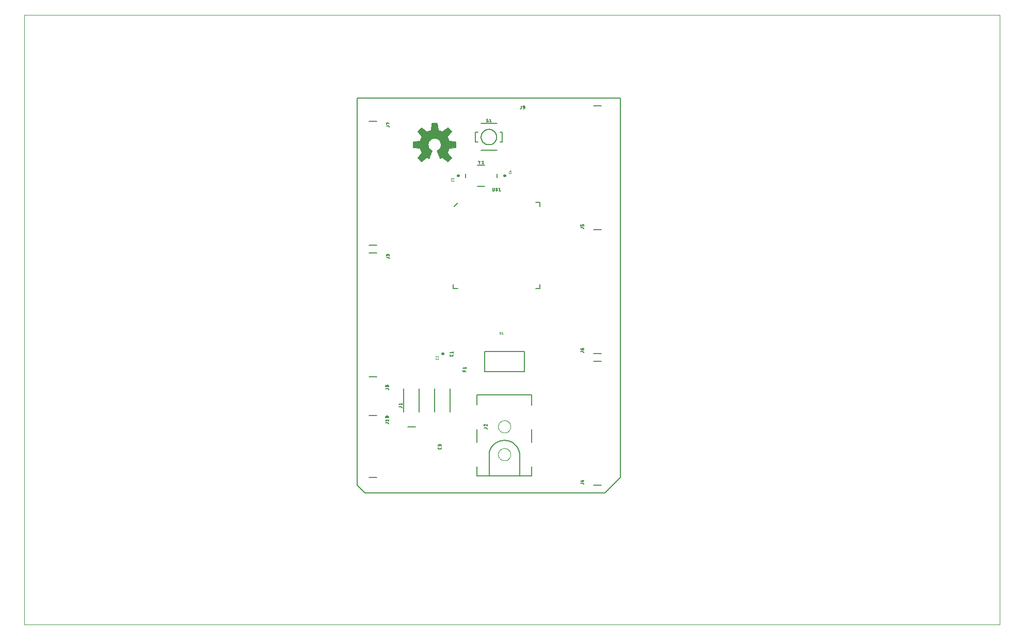
<source format=gto>
G75*
%MOIN*%
%OFA0B0*%
%FSLAX25Y25*%
%IPPOS*%
%LPD*%
%AMOC8*
5,1,8,0,0,1.08239X$1,22.5*
%
%ADD10C,0.00000*%
%ADD11C,0.00600*%
%ADD12C,0.00500*%
%ADD13C,0.01600*%
%ADD14C,0.00100*%
%ADD15C,0.00800*%
%ADD16C,0.00591*%
D10*
X0001000Y0001000D02*
X0001000Y0394701D01*
X0630921Y0394701D01*
X0630921Y0001000D01*
X0001000Y0001000D01*
X0307000Y0111000D02*
X0307002Y0111126D01*
X0307008Y0111252D01*
X0307018Y0111378D01*
X0307032Y0111504D01*
X0307050Y0111629D01*
X0307072Y0111753D01*
X0307097Y0111877D01*
X0307127Y0112000D01*
X0307160Y0112121D01*
X0307198Y0112242D01*
X0307239Y0112361D01*
X0307284Y0112480D01*
X0307332Y0112596D01*
X0307384Y0112711D01*
X0307440Y0112824D01*
X0307500Y0112936D01*
X0307563Y0113045D01*
X0307629Y0113153D01*
X0307698Y0113258D01*
X0307771Y0113361D01*
X0307848Y0113462D01*
X0307927Y0113560D01*
X0308009Y0113656D01*
X0308095Y0113749D01*
X0308183Y0113840D01*
X0308274Y0113927D01*
X0308368Y0114012D01*
X0308464Y0114093D01*
X0308563Y0114172D01*
X0308664Y0114247D01*
X0308768Y0114319D01*
X0308874Y0114388D01*
X0308982Y0114454D01*
X0309092Y0114516D01*
X0309204Y0114574D01*
X0309317Y0114629D01*
X0309433Y0114680D01*
X0309550Y0114728D01*
X0309668Y0114772D01*
X0309788Y0114812D01*
X0309909Y0114848D01*
X0310031Y0114881D01*
X0310154Y0114910D01*
X0310278Y0114934D01*
X0310402Y0114955D01*
X0310527Y0114972D01*
X0310653Y0114985D01*
X0310779Y0114994D01*
X0310905Y0114999D01*
X0311032Y0115000D01*
X0311158Y0114997D01*
X0311284Y0114990D01*
X0311410Y0114979D01*
X0311535Y0114964D01*
X0311660Y0114945D01*
X0311784Y0114922D01*
X0311908Y0114896D01*
X0312030Y0114865D01*
X0312152Y0114831D01*
X0312272Y0114792D01*
X0312391Y0114750D01*
X0312509Y0114705D01*
X0312625Y0114655D01*
X0312740Y0114602D01*
X0312852Y0114545D01*
X0312963Y0114485D01*
X0313072Y0114421D01*
X0313179Y0114354D01*
X0313284Y0114284D01*
X0313387Y0114210D01*
X0313487Y0114133D01*
X0313585Y0114053D01*
X0313680Y0113970D01*
X0313772Y0113884D01*
X0313862Y0113795D01*
X0313949Y0113703D01*
X0314032Y0113609D01*
X0314113Y0113512D01*
X0314191Y0113412D01*
X0314266Y0113310D01*
X0314337Y0113206D01*
X0314405Y0113099D01*
X0314469Y0112991D01*
X0314530Y0112880D01*
X0314588Y0112768D01*
X0314642Y0112654D01*
X0314692Y0112538D01*
X0314739Y0112421D01*
X0314782Y0112302D01*
X0314821Y0112182D01*
X0314857Y0112061D01*
X0314888Y0111938D01*
X0314916Y0111815D01*
X0314940Y0111691D01*
X0314960Y0111566D01*
X0314976Y0111441D01*
X0314988Y0111315D01*
X0314996Y0111189D01*
X0315000Y0111063D01*
X0315000Y0110937D01*
X0314996Y0110811D01*
X0314988Y0110685D01*
X0314976Y0110559D01*
X0314960Y0110434D01*
X0314940Y0110309D01*
X0314916Y0110185D01*
X0314888Y0110062D01*
X0314857Y0109939D01*
X0314821Y0109818D01*
X0314782Y0109698D01*
X0314739Y0109579D01*
X0314692Y0109462D01*
X0314642Y0109346D01*
X0314588Y0109232D01*
X0314530Y0109120D01*
X0314469Y0109009D01*
X0314405Y0108901D01*
X0314337Y0108794D01*
X0314266Y0108690D01*
X0314191Y0108588D01*
X0314113Y0108488D01*
X0314032Y0108391D01*
X0313949Y0108297D01*
X0313862Y0108205D01*
X0313772Y0108116D01*
X0313680Y0108030D01*
X0313585Y0107947D01*
X0313487Y0107867D01*
X0313387Y0107790D01*
X0313284Y0107716D01*
X0313179Y0107646D01*
X0313072Y0107579D01*
X0312963Y0107515D01*
X0312852Y0107455D01*
X0312740Y0107398D01*
X0312625Y0107345D01*
X0312509Y0107295D01*
X0312391Y0107250D01*
X0312272Y0107208D01*
X0312152Y0107169D01*
X0312030Y0107135D01*
X0311908Y0107104D01*
X0311784Y0107078D01*
X0311660Y0107055D01*
X0311535Y0107036D01*
X0311410Y0107021D01*
X0311284Y0107010D01*
X0311158Y0107003D01*
X0311032Y0107000D01*
X0310905Y0107001D01*
X0310779Y0107006D01*
X0310653Y0107015D01*
X0310527Y0107028D01*
X0310402Y0107045D01*
X0310278Y0107066D01*
X0310154Y0107090D01*
X0310031Y0107119D01*
X0309909Y0107152D01*
X0309788Y0107188D01*
X0309668Y0107228D01*
X0309550Y0107272D01*
X0309433Y0107320D01*
X0309317Y0107371D01*
X0309204Y0107426D01*
X0309092Y0107484D01*
X0308982Y0107546D01*
X0308874Y0107612D01*
X0308768Y0107681D01*
X0308664Y0107753D01*
X0308563Y0107828D01*
X0308464Y0107907D01*
X0308368Y0107988D01*
X0308274Y0108073D01*
X0308183Y0108160D01*
X0308095Y0108251D01*
X0308009Y0108344D01*
X0307927Y0108440D01*
X0307848Y0108538D01*
X0307771Y0108639D01*
X0307698Y0108742D01*
X0307629Y0108847D01*
X0307563Y0108955D01*
X0307500Y0109064D01*
X0307440Y0109176D01*
X0307384Y0109289D01*
X0307332Y0109404D01*
X0307284Y0109520D01*
X0307239Y0109639D01*
X0307198Y0109758D01*
X0307160Y0109879D01*
X0307127Y0110000D01*
X0307097Y0110123D01*
X0307072Y0110247D01*
X0307050Y0110371D01*
X0307032Y0110496D01*
X0307018Y0110622D01*
X0307008Y0110748D01*
X0307002Y0110874D01*
X0307000Y0111000D01*
X0307000Y0129000D02*
X0307002Y0129126D01*
X0307008Y0129252D01*
X0307018Y0129378D01*
X0307032Y0129504D01*
X0307050Y0129629D01*
X0307072Y0129753D01*
X0307097Y0129877D01*
X0307127Y0130000D01*
X0307160Y0130121D01*
X0307198Y0130242D01*
X0307239Y0130361D01*
X0307284Y0130480D01*
X0307332Y0130596D01*
X0307384Y0130711D01*
X0307440Y0130824D01*
X0307500Y0130936D01*
X0307563Y0131045D01*
X0307629Y0131153D01*
X0307698Y0131258D01*
X0307771Y0131361D01*
X0307848Y0131462D01*
X0307927Y0131560D01*
X0308009Y0131656D01*
X0308095Y0131749D01*
X0308183Y0131840D01*
X0308274Y0131927D01*
X0308368Y0132012D01*
X0308464Y0132093D01*
X0308563Y0132172D01*
X0308664Y0132247D01*
X0308768Y0132319D01*
X0308874Y0132388D01*
X0308982Y0132454D01*
X0309092Y0132516D01*
X0309204Y0132574D01*
X0309317Y0132629D01*
X0309433Y0132680D01*
X0309550Y0132728D01*
X0309668Y0132772D01*
X0309788Y0132812D01*
X0309909Y0132848D01*
X0310031Y0132881D01*
X0310154Y0132910D01*
X0310278Y0132934D01*
X0310402Y0132955D01*
X0310527Y0132972D01*
X0310653Y0132985D01*
X0310779Y0132994D01*
X0310905Y0132999D01*
X0311032Y0133000D01*
X0311158Y0132997D01*
X0311284Y0132990D01*
X0311410Y0132979D01*
X0311535Y0132964D01*
X0311660Y0132945D01*
X0311784Y0132922D01*
X0311908Y0132896D01*
X0312030Y0132865D01*
X0312152Y0132831D01*
X0312272Y0132792D01*
X0312391Y0132750D01*
X0312509Y0132705D01*
X0312625Y0132655D01*
X0312740Y0132602D01*
X0312852Y0132545D01*
X0312963Y0132485D01*
X0313072Y0132421D01*
X0313179Y0132354D01*
X0313284Y0132284D01*
X0313387Y0132210D01*
X0313487Y0132133D01*
X0313585Y0132053D01*
X0313680Y0131970D01*
X0313772Y0131884D01*
X0313862Y0131795D01*
X0313949Y0131703D01*
X0314032Y0131609D01*
X0314113Y0131512D01*
X0314191Y0131412D01*
X0314266Y0131310D01*
X0314337Y0131206D01*
X0314405Y0131099D01*
X0314469Y0130991D01*
X0314530Y0130880D01*
X0314588Y0130768D01*
X0314642Y0130654D01*
X0314692Y0130538D01*
X0314739Y0130421D01*
X0314782Y0130302D01*
X0314821Y0130182D01*
X0314857Y0130061D01*
X0314888Y0129938D01*
X0314916Y0129815D01*
X0314940Y0129691D01*
X0314960Y0129566D01*
X0314976Y0129441D01*
X0314988Y0129315D01*
X0314996Y0129189D01*
X0315000Y0129063D01*
X0315000Y0128937D01*
X0314996Y0128811D01*
X0314988Y0128685D01*
X0314976Y0128559D01*
X0314960Y0128434D01*
X0314940Y0128309D01*
X0314916Y0128185D01*
X0314888Y0128062D01*
X0314857Y0127939D01*
X0314821Y0127818D01*
X0314782Y0127698D01*
X0314739Y0127579D01*
X0314692Y0127462D01*
X0314642Y0127346D01*
X0314588Y0127232D01*
X0314530Y0127120D01*
X0314469Y0127009D01*
X0314405Y0126901D01*
X0314337Y0126794D01*
X0314266Y0126690D01*
X0314191Y0126588D01*
X0314113Y0126488D01*
X0314032Y0126391D01*
X0313949Y0126297D01*
X0313862Y0126205D01*
X0313772Y0126116D01*
X0313680Y0126030D01*
X0313585Y0125947D01*
X0313487Y0125867D01*
X0313387Y0125790D01*
X0313284Y0125716D01*
X0313179Y0125646D01*
X0313072Y0125579D01*
X0312963Y0125515D01*
X0312852Y0125455D01*
X0312740Y0125398D01*
X0312625Y0125345D01*
X0312509Y0125295D01*
X0312391Y0125250D01*
X0312272Y0125208D01*
X0312152Y0125169D01*
X0312030Y0125135D01*
X0311908Y0125104D01*
X0311784Y0125078D01*
X0311660Y0125055D01*
X0311535Y0125036D01*
X0311410Y0125021D01*
X0311284Y0125010D01*
X0311158Y0125003D01*
X0311032Y0125000D01*
X0310905Y0125001D01*
X0310779Y0125006D01*
X0310653Y0125015D01*
X0310527Y0125028D01*
X0310402Y0125045D01*
X0310278Y0125066D01*
X0310154Y0125090D01*
X0310031Y0125119D01*
X0309909Y0125152D01*
X0309788Y0125188D01*
X0309668Y0125228D01*
X0309550Y0125272D01*
X0309433Y0125320D01*
X0309317Y0125371D01*
X0309204Y0125426D01*
X0309092Y0125484D01*
X0308982Y0125546D01*
X0308874Y0125612D01*
X0308768Y0125681D01*
X0308664Y0125753D01*
X0308563Y0125828D01*
X0308464Y0125907D01*
X0308368Y0125988D01*
X0308274Y0126073D01*
X0308183Y0126160D01*
X0308095Y0126251D01*
X0308009Y0126344D01*
X0307927Y0126440D01*
X0307848Y0126538D01*
X0307771Y0126639D01*
X0307698Y0126742D01*
X0307629Y0126847D01*
X0307563Y0126955D01*
X0307500Y0127064D01*
X0307440Y0127176D01*
X0307384Y0127289D01*
X0307332Y0127404D01*
X0307284Y0127520D01*
X0307239Y0127639D01*
X0307198Y0127758D01*
X0307160Y0127879D01*
X0307127Y0128000D01*
X0307097Y0128123D01*
X0307072Y0128247D01*
X0307050Y0128371D01*
X0307032Y0128496D01*
X0307018Y0128622D01*
X0307008Y0128748D01*
X0307002Y0128874D01*
X0307000Y0129000D01*
D11*
X0376000Y0086000D02*
X0386000Y0096000D01*
X0386000Y0341000D01*
X0216000Y0341000D01*
X0216000Y0091000D01*
X0221000Y0086000D01*
X0376000Y0086000D01*
D12*
X0362250Y0091750D02*
X0362250Y0091961D01*
X0362248Y0092000D01*
X0362243Y0092039D01*
X0362234Y0092076D01*
X0362222Y0092113D01*
X0362206Y0092149D01*
X0362187Y0092183D01*
X0362165Y0092215D01*
X0362140Y0092245D01*
X0362112Y0092273D01*
X0362082Y0092298D01*
X0362050Y0092320D01*
X0362016Y0092339D01*
X0361980Y0092355D01*
X0361943Y0092367D01*
X0361906Y0092376D01*
X0361867Y0092381D01*
X0361828Y0092383D01*
X0360350Y0092383D01*
X0360350Y0093966D02*
X0361828Y0093544D01*
X0361828Y0094599D01*
X0361406Y0094283D02*
X0362250Y0094283D01*
X0299750Y0127550D02*
X0299750Y0127761D01*
X0299748Y0127800D01*
X0299743Y0127839D01*
X0299734Y0127876D01*
X0299722Y0127913D01*
X0299706Y0127949D01*
X0299687Y0127983D01*
X0299665Y0128015D01*
X0299640Y0128045D01*
X0299612Y0128073D01*
X0299582Y0128098D01*
X0299550Y0128120D01*
X0299516Y0128139D01*
X0299480Y0128155D01*
X0299443Y0128167D01*
X0299406Y0128176D01*
X0299367Y0128181D01*
X0299328Y0128183D01*
X0297850Y0128183D01*
X0298694Y0130241D02*
X0298665Y0130269D01*
X0298633Y0130296D01*
X0298599Y0130319D01*
X0298563Y0130340D01*
X0298526Y0130358D01*
X0298487Y0130372D01*
X0298448Y0130384D01*
X0298407Y0130392D01*
X0298366Y0130397D01*
X0298325Y0130399D01*
X0298694Y0130241D02*
X0299750Y0129344D01*
X0299750Y0130399D01*
X0298272Y0129344D02*
X0298227Y0129360D01*
X0298184Y0129380D01*
X0298142Y0129404D01*
X0298102Y0129430D01*
X0298064Y0129460D01*
X0298029Y0129492D01*
X0297996Y0129528D01*
X0297967Y0129565D01*
X0297940Y0129605D01*
X0297917Y0129647D01*
X0297896Y0129690D01*
X0297880Y0129735D01*
X0297867Y0129782D01*
X0297858Y0129829D01*
X0297852Y0129876D01*
X0297850Y0129924D01*
X0297852Y0129965D01*
X0297857Y0130007D01*
X0297866Y0130047D01*
X0297879Y0130086D01*
X0297895Y0130125D01*
X0297914Y0130162D01*
X0297936Y0130196D01*
X0297961Y0130229D01*
X0297989Y0130260D01*
X0298020Y0130288D01*
X0298053Y0130313D01*
X0298088Y0130335D01*
X0298124Y0130354D01*
X0298163Y0130370D01*
X0298202Y0130383D01*
X0298243Y0130392D01*
X0298284Y0130397D01*
X0298325Y0130399D01*
X0270250Y0116906D02*
X0270250Y0116378D01*
X0270250Y0116906D02*
X0270248Y0116951D01*
X0270242Y0116995D01*
X0270233Y0117039D01*
X0270220Y0117082D01*
X0270203Y0117123D01*
X0270183Y0117164D01*
X0270159Y0117202D01*
X0270133Y0117238D01*
X0270103Y0117271D01*
X0270071Y0117302D01*
X0270036Y0117331D01*
X0269999Y0117356D01*
X0269960Y0117377D01*
X0269919Y0117396D01*
X0269877Y0117411D01*
X0269833Y0117422D01*
X0269789Y0117430D01*
X0269744Y0117434D01*
X0269700Y0117434D01*
X0269655Y0117430D01*
X0269611Y0117422D01*
X0269567Y0117411D01*
X0269525Y0117396D01*
X0269484Y0117377D01*
X0269445Y0117356D01*
X0269408Y0117331D01*
X0269373Y0117302D01*
X0269341Y0117271D01*
X0269311Y0117238D01*
X0269285Y0117202D01*
X0269261Y0117164D01*
X0269241Y0117123D01*
X0269224Y0117082D01*
X0269211Y0117039D01*
X0269202Y0116995D01*
X0269196Y0116951D01*
X0269194Y0116906D01*
X0269194Y0117011D02*
X0269194Y0116589D01*
X0269194Y0117011D02*
X0269192Y0117051D01*
X0269186Y0117091D01*
X0269177Y0117130D01*
X0269164Y0117168D01*
X0269147Y0117204D01*
X0269127Y0117239D01*
X0269104Y0117272D01*
X0269077Y0117302D01*
X0269048Y0117330D01*
X0269017Y0117355D01*
X0268983Y0117376D01*
X0268947Y0117395D01*
X0268910Y0117410D01*
X0268871Y0117421D01*
X0268832Y0117429D01*
X0268792Y0117433D01*
X0268752Y0117433D01*
X0268712Y0117429D01*
X0268673Y0117421D01*
X0268634Y0117410D01*
X0268597Y0117395D01*
X0268561Y0117376D01*
X0268527Y0117355D01*
X0268496Y0117330D01*
X0268467Y0117302D01*
X0268440Y0117272D01*
X0268417Y0117239D01*
X0268397Y0117204D01*
X0268380Y0117168D01*
X0268367Y0117130D01*
X0268358Y0117091D01*
X0268352Y0117051D01*
X0268350Y0117011D01*
X0268350Y0116378D01*
X0268350Y0115411D02*
X0268350Y0114989D01*
X0268352Y0114950D01*
X0268357Y0114911D01*
X0268366Y0114873D01*
X0268379Y0114837D01*
X0268394Y0114801D01*
X0268413Y0114767D01*
X0268435Y0114735D01*
X0268460Y0114705D01*
X0268488Y0114677D01*
X0268518Y0114652D01*
X0268550Y0114630D01*
X0268584Y0114611D01*
X0268620Y0114595D01*
X0268657Y0114583D01*
X0268694Y0114574D01*
X0268733Y0114569D01*
X0268772Y0114567D01*
X0269828Y0114567D01*
X0269867Y0114569D01*
X0269906Y0114574D01*
X0269943Y0114583D01*
X0269980Y0114595D01*
X0270016Y0114611D01*
X0270050Y0114630D01*
X0270082Y0114652D01*
X0270112Y0114677D01*
X0270140Y0114705D01*
X0270165Y0114735D01*
X0270187Y0114767D01*
X0270206Y0114801D01*
X0270222Y0114837D01*
X0270234Y0114874D01*
X0270243Y0114911D01*
X0270248Y0114950D01*
X0270250Y0114989D01*
X0270250Y0115411D01*
X0236150Y0130741D02*
X0236150Y0130952D01*
X0236148Y0130991D01*
X0236143Y0131030D01*
X0236134Y0131067D01*
X0236122Y0131104D01*
X0236106Y0131140D01*
X0236087Y0131174D01*
X0236065Y0131206D01*
X0236040Y0131236D01*
X0236012Y0131264D01*
X0235982Y0131289D01*
X0235950Y0131311D01*
X0235916Y0131330D01*
X0235880Y0131346D01*
X0235843Y0131358D01*
X0235806Y0131367D01*
X0235767Y0131372D01*
X0235728Y0131374D01*
X0234250Y0131374D01*
X0234672Y0132534D02*
X0234250Y0133062D01*
X0236150Y0133062D01*
X0236150Y0132534D02*
X0236150Y0133590D01*
X0235886Y0135592D02*
X0235822Y0135621D01*
X0235756Y0135648D01*
X0235689Y0135672D01*
X0235621Y0135692D01*
X0235552Y0135710D01*
X0235483Y0135724D01*
X0235412Y0135736D01*
X0235342Y0135744D01*
X0235271Y0135748D01*
X0235200Y0135750D01*
X0235200Y0134694D02*
X0235129Y0134696D01*
X0235058Y0134700D01*
X0234988Y0134708D01*
X0234917Y0134720D01*
X0234848Y0134734D01*
X0234779Y0134752D01*
X0234711Y0134772D01*
X0234644Y0134796D01*
X0234578Y0134823D01*
X0234514Y0134852D01*
X0234250Y0135222D02*
X0234252Y0135259D01*
X0234257Y0135296D01*
X0234266Y0135332D01*
X0234278Y0135368D01*
X0234294Y0135402D01*
X0234312Y0135434D01*
X0234334Y0135464D01*
X0234359Y0135492D01*
X0234386Y0135518D01*
X0234415Y0135541D01*
X0234446Y0135561D01*
X0234480Y0135578D01*
X0234514Y0135592D01*
X0234672Y0135644D02*
X0235728Y0134800D01*
X0236150Y0135222D02*
X0236148Y0135259D01*
X0236143Y0135296D01*
X0236134Y0135332D01*
X0236122Y0135368D01*
X0236106Y0135402D01*
X0236088Y0135434D01*
X0236066Y0135464D01*
X0236042Y0135492D01*
X0236014Y0135518D01*
X0235985Y0135541D01*
X0235954Y0135561D01*
X0235920Y0135578D01*
X0235886Y0135592D01*
X0236150Y0135222D02*
X0236148Y0135185D01*
X0236143Y0135148D01*
X0236134Y0135112D01*
X0236122Y0135076D01*
X0236106Y0135042D01*
X0236088Y0135010D01*
X0236066Y0134980D01*
X0236042Y0134952D01*
X0236014Y0134926D01*
X0235985Y0134903D01*
X0235954Y0134883D01*
X0235920Y0134866D01*
X0235886Y0134852D01*
X0235200Y0135750D02*
X0235129Y0135748D01*
X0235058Y0135744D01*
X0234988Y0135736D01*
X0234917Y0135724D01*
X0234848Y0135710D01*
X0234779Y0135692D01*
X0234711Y0135672D01*
X0234644Y0135648D01*
X0234578Y0135621D01*
X0234514Y0135592D01*
X0234250Y0135222D02*
X0234252Y0135185D01*
X0234257Y0135148D01*
X0234266Y0135112D01*
X0234278Y0135076D01*
X0234294Y0135042D01*
X0234312Y0135010D01*
X0234334Y0134980D01*
X0234359Y0134952D01*
X0234386Y0134926D01*
X0234415Y0134903D01*
X0234446Y0134883D01*
X0234480Y0134866D01*
X0234514Y0134852D01*
X0235200Y0134694D02*
X0235271Y0134696D01*
X0235342Y0134700D01*
X0235412Y0134708D01*
X0235483Y0134720D01*
X0235552Y0134734D01*
X0235621Y0134752D01*
X0235689Y0134772D01*
X0235756Y0134796D01*
X0235822Y0134823D01*
X0235886Y0134852D01*
X0242850Y0141883D02*
X0244328Y0141883D01*
X0244367Y0141881D01*
X0244406Y0141876D01*
X0244443Y0141867D01*
X0244480Y0141855D01*
X0244516Y0141839D01*
X0244550Y0141820D01*
X0244582Y0141798D01*
X0244612Y0141773D01*
X0244640Y0141745D01*
X0244665Y0141715D01*
X0244687Y0141683D01*
X0244706Y0141649D01*
X0244722Y0141613D01*
X0244734Y0141576D01*
X0244743Y0141539D01*
X0244748Y0141500D01*
X0244750Y0141461D01*
X0244750Y0141250D01*
X0244750Y0143044D02*
X0244750Y0144099D01*
X0244750Y0143572D02*
X0242850Y0143572D01*
X0243272Y0143044D01*
X0236150Y0152901D02*
X0236150Y0153112D01*
X0236148Y0153151D01*
X0236143Y0153190D01*
X0236134Y0153227D01*
X0236122Y0153264D01*
X0236106Y0153300D01*
X0236087Y0153334D01*
X0236065Y0153366D01*
X0236040Y0153396D01*
X0236012Y0153424D01*
X0235982Y0153449D01*
X0235950Y0153471D01*
X0235916Y0153490D01*
X0235880Y0153506D01*
X0235843Y0153518D01*
X0235806Y0153527D01*
X0235767Y0153532D01*
X0235728Y0153534D01*
X0234250Y0153534D01*
X0234672Y0154800D02*
X0234712Y0154802D01*
X0234752Y0154808D01*
X0234791Y0154817D01*
X0234829Y0154830D01*
X0234865Y0154847D01*
X0234900Y0154867D01*
X0234933Y0154890D01*
X0234963Y0154917D01*
X0234991Y0154946D01*
X0235016Y0154977D01*
X0235037Y0155011D01*
X0235056Y0155047D01*
X0235071Y0155084D01*
X0235082Y0155123D01*
X0235090Y0155162D01*
X0235094Y0155202D01*
X0235094Y0155242D01*
X0235090Y0155282D01*
X0235082Y0155321D01*
X0235071Y0155360D01*
X0235056Y0155397D01*
X0235037Y0155433D01*
X0235016Y0155467D01*
X0234991Y0155498D01*
X0234963Y0155527D01*
X0234933Y0155554D01*
X0234900Y0155577D01*
X0234865Y0155597D01*
X0234829Y0155614D01*
X0234791Y0155627D01*
X0234752Y0155636D01*
X0234712Y0155642D01*
X0234672Y0155644D01*
X0234632Y0155642D01*
X0234592Y0155636D01*
X0234553Y0155627D01*
X0234515Y0155614D01*
X0234479Y0155597D01*
X0234444Y0155577D01*
X0234411Y0155554D01*
X0234381Y0155527D01*
X0234353Y0155498D01*
X0234328Y0155467D01*
X0234307Y0155433D01*
X0234288Y0155397D01*
X0234273Y0155360D01*
X0234262Y0155321D01*
X0234254Y0155282D01*
X0234250Y0155242D01*
X0234250Y0155202D01*
X0234254Y0155162D01*
X0234262Y0155123D01*
X0234273Y0155084D01*
X0234288Y0155047D01*
X0234307Y0155011D01*
X0234328Y0154977D01*
X0234353Y0154946D01*
X0234381Y0154917D01*
X0234411Y0154890D01*
X0234444Y0154867D01*
X0234479Y0154847D01*
X0234515Y0154830D01*
X0234553Y0154817D01*
X0234592Y0154808D01*
X0234632Y0154802D01*
X0234672Y0154800D01*
X0235622Y0154694D02*
X0235667Y0154696D01*
X0235711Y0154702D01*
X0235755Y0154711D01*
X0235798Y0154724D01*
X0235839Y0154741D01*
X0235880Y0154761D01*
X0235918Y0154785D01*
X0235954Y0154811D01*
X0235987Y0154841D01*
X0236018Y0154873D01*
X0236047Y0154908D01*
X0236072Y0154945D01*
X0236093Y0154984D01*
X0236112Y0155025D01*
X0236127Y0155067D01*
X0236138Y0155111D01*
X0236146Y0155155D01*
X0236150Y0155200D01*
X0236150Y0155244D01*
X0236146Y0155289D01*
X0236138Y0155333D01*
X0236127Y0155377D01*
X0236112Y0155419D01*
X0236093Y0155460D01*
X0236072Y0155499D01*
X0236047Y0155536D01*
X0236018Y0155571D01*
X0235987Y0155603D01*
X0235954Y0155633D01*
X0235918Y0155659D01*
X0235880Y0155683D01*
X0235839Y0155703D01*
X0235798Y0155720D01*
X0235755Y0155733D01*
X0235711Y0155742D01*
X0235667Y0155748D01*
X0235622Y0155750D01*
X0235577Y0155748D01*
X0235533Y0155742D01*
X0235489Y0155733D01*
X0235446Y0155720D01*
X0235405Y0155703D01*
X0235364Y0155683D01*
X0235326Y0155659D01*
X0235290Y0155633D01*
X0235257Y0155603D01*
X0235226Y0155571D01*
X0235197Y0155536D01*
X0235172Y0155499D01*
X0235151Y0155460D01*
X0235132Y0155419D01*
X0235117Y0155377D01*
X0235106Y0155333D01*
X0235098Y0155289D01*
X0235094Y0155244D01*
X0235094Y0155200D01*
X0235098Y0155155D01*
X0235106Y0155111D01*
X0235117Y0155067D01*
X0235132Y0155025D01*
X0235151Y0154984D01*
X0235172Y0154945D01*
X0235197Y0154908D01*
X0235226Y0154873D01*
X0235257Y0154841D01*
X0235290Y0154811D01*
X0235326Y0154785D01*
X0235364Y0154761D01*
X0235405Y0154741D01*
X0235446Y0154724D01*
X0235489Y0154711D01*
X0235533Y0154702D01*
X0235577Y0154696D01*
X0235622Y0154694D01*
X0275850Y0174989D02*
X0275850Y0175411D01*
X0275850Y0174989D02*
X0275852Y0174950D01*
X0275857Y0174911D01*
X0275866Y0174873D01*
X0275879Y0174837D01*
X0275894Y0174801D01*
X0275913Y0174767D01*
X0275935Y0174735D01*
X0275960Y0174705D01*
X0275988Y0174677D01*
X0276018Y0174652D01*
X0276050Y0174630D01*
X0276084Y0174611D01*
X0276120Y0174595D01*
X0276157Y0174583D01*
X0276194Y0174574D01*
X0276233Y0174569D01*
X0276272Y0174567D01*
X0277328Y0174567D01*
X0277367Y0174569D01*
X0277406Y0174574D01*
X0277443Y0174583D01*
X0277480Y0174595D01*
X0277516Y0174611D01*
X0277550Y0174630D01*
X0277582Y0174652D01*
X0277612Y0174677D01*
X0277640Y0174705D01*
X0277665Y0174735D01*
X0277687Y0174767D01*
X0277706Y0174801D01*
X0277722Y0174837D01*
X0277734Y0174874D01*
X0277743Y0174911D01*
X0277748Y0174950D01*
X0277750Y0174989D01*
X0277750Y0175411D01*
X0277750Y0176378D02*
X0277750Y0177433D01*
X0277750Y0176906D02*
X0275850Y0176906D01*
X0276272Y0176378D01*
X0284350Y0166896D02*
X0286250Y0166896D01*
X0286250Y0166368D02*
X0286250Y0167424D01*
X0284772Y0166368D02*
X0284350Y0166896D01*
X0284350Y0165421D02*
X0284350Y0164576D01*
X0286250Y0164576D01*
X0285194Y0164576D02*
X0285194Y0165421D01*
X0360350Y0177383D02*
X0361828Y0177383D01*
X0361867Y0177381D01*
X0361906Y0177376D01*
X0361943Y0177367D01*
X0361980Y0177355D01*
X0362016Y0177339D01*
X0362050Y0177320D01*
X0362082Y0177298D01*
X0362112Y0177273D01*
X0362140Y0177245D01*
X0362165Y0177215D01*
X0362187Y0177183D01*
X0362206Y0177149D01*
X0362222Y0177113D01*
X0362234Y0177076D01*
X0362243Y0177039D01*
X0362248Y0177000D01*
X0362250Y0176961D01*
X0362250Y0176750D01*
X0361722Y0178544D02*
X0361194Y0178544D01*
X0361194Y0179177D01*
X0361194Y0178544D02*
X0361136Y0178546D01*
X0361079Y0178552D01*
X0361022Y0178562D01*
X0360966Y0178575D01*
X0360911Y0178593D01*
X0360858Y0178614D01*
X0360806Y0178639D01*
X0360755Y0178667D01*
X0360707Y0178698D01*
X0360661Y0178733D01*
X0360618Y0178771D01*
X0360577Y0178812D01*
X0360539Y0178855D01*
X0360504Y0178901D01*
X0360473Y0178949D01*
X0360445Y0179000D01*
X0360420Y0179052D01*
X0360399Y0179105D01*
X0360381Y0179160D01*
X0360368Y0179216D01*
X0360358Y0179273D01*
X0360352Y0179330D01*
X0360350Y0179388D01*
X0361195Y0179177D02*
X0361197Y0179216D01*
X0361202Y0179255D01*
X0361211Y0179292D01*
X0361223Y0179329D01*
X0361239Y0179365D01*
X0361258Y0179399D01*
X0361280Y0179431D01*
X0361305Y0179461D01*
X0361333Y0179489D01*
X0361363Y0179514D01*
X0361395Y0179536D01*
X0361429Y0179555D01*
X0361465Y0179571D01*
X0361502Y0179583D01*
X0361539Y0179592D01*
X0361578Y0179597D01*
X0361617Y0179599D01*
X0361722Y0179599D01*
X0361722Y0179600D02*
X0361767Y0179598D01*
X0361811Y0179592D01*
X0361855Y0179583D01*
X0361898Y0179570D01*
X0361939Y0179553D01*
X0361980Y0179533D01*
X0362018Y0179509D01*
X0362054Y0179483D01*
X0362087Y0179453D01*
X0362118Y0179421D01*
X0362147Y0179386D01*
X0362172Y0179349D01*
X0362193Y0179310D01*
X0362212Y0179269D01*
X0362227Y0179227D01*
X0362238Y0179183D01*
X0362246Y0179139D01*
X0362250Y0179094D01*
X0362250Y0179050D01*
X0362246Y0179005D01*
X0362238Y0178961D01*
X0362227Y0178917D01*
X0362212Y0178875D01*
X0362193Y0178834D01*
X0362172Y0178795D01*
X0362147Y0178758D01*
X0362118Y0178723D01*
X0362087Y0178691D01*
X0362054Y0178661D01*
X0362018Y0178635D01*
X0361980Y0178611D01*
X0361939Y0178591D01*
X0361898Y0178574D01*
X0361855Y0178561D01*
X0361811Y0178552D01*
X0361767Y0178546D01*
X0361722Y0178544D01*
X0333953Y0218047D02*
X0331197Y0218047D01*
X0333953Y0218047D02*
X0333953Y0220803D01*
X0280803Y0218047D02*
X0278047Y0218047D01*
X0278047Y0220803D01*
X0236650Y0237401D02*
X0236650Y0237612D01*
X0236648Y0237651D01*
X0236643Y0237690D01*
X0236634Y0237727D01*
X0236622Y0237764D01*
X0236606Y0237800D01*
X0236587Y0237834D01*
X0236565Y0237866D01*
X0236540Y0237896D01*
X0236512Y0237924D01*
X0236482Y0237949D01*
X0236450Y0237971D01*
X0236416Y0237990D01*
X0236380Y0238006D01*
X0236343Y0238018D01*
X0236306Y0238027D01*
X0236267Y0238032D01*
X0236228Y0238034D01*
X0234750Y0238034D01*
X0234750Y0239194D02*
X0234750Y0239828D01*
X0234752Y0239868D01*
X0234758Y0239908D01*
X0234767Y0239947D01*
X0234780Y0239985D01*
X0234797Y0240021D01*
X0234817Y0240056D01*
X0234840Y0240089D01*
X0234867Y0240119D01*
X0234896Y0240147D01*
X0234927Y0240172D01*
X0234961Y0240193D01*
X0234997Y0240212D01*
X0235034Y0240227D01*
X0235073Y0240238D01*
X0235112Y0240246D01*
X0235152Y0240250D01*
X0235192Y0240250D01*
X0235232Y0240246D01*
X0235271Y0240238D01*
X0235310Y0240227D01*
X0235347Y0240212D01*
X0235383Y0240193D01*
X0235417Y0240172D01*
X0235448Y0240147D01*
X0235477Y0240119D01*
X0235504Y0240089D01*
X0235527Y0240056D01*
X0235547Y0240021D01*
X0235564Y0239985D01*
X0235577Y0239947D01*
X0235586Y0239908D01*
X0235592Y0239868D01*
X0235594Y0239828D01*
X0235594Y0239406D01*
X0235594Y0239722D02*
X0235596Y0239767D01*
X0235602Y0239811D01*
X0235611Y0239855D01*
X0235624Y0239898D01*
X0235641Y0239939D01*
X0235661Y0239980D01*
X0235685Y0240018D01*
X0235711Y0240054D01*
X0235741Y0240087D01*
X0235773Y0240118D01*
X0235808Y0240147D01*
X0235845Y0240172D01*
X0235884Y0240193D01*
X0235925Y0240212D01*
X0235967Y0240227D01*
X0236011Y0240238D01*
X0236055Y0240246D01*
X0236100Y0240250D01*
X0236144Y0240250D01*
X0236189Y0240246D01*
X0236233Y0240238D01*
X0236277Y0240227D01*
X0236319Y0240212D01*
X0236360Y0240193D01*
X0236399Y0240172D01*
X0236436Y0240147D01*
X0236471Y0240118D01*
X0236503Y0240087D01*
X0236533Y0240054D01*
X0236559Y0240018D01*
X0236583Y0239980D01*
X0236603Y0239939D01*
X0236620Y0239898D01*
X0236633Y0239855D01*
X0236642Y0239811D01*
X0236648Y0239767D01*
X0236650Y0239722D01*
X0236650Y0239194D01*
X0278441Y0271197D02*
X0280803Y0273559D01*
X0303420Y0281778D02*
X0303420Y0283150D01*
X0304476Y0283150D02*
X0304476Y0281778D01*
X0304474Y0281733D01*
X0304468Y0281689D01*
X0304459Y0281645D01*
X0304446Y0281602D01*
X0304429Y0281561D01*
X0304409Y0281520D01*
X0304385Y0281482D01*
X0304359Y0281446D01*
X0304329Y0281413D01*
X0304297Y0281382D01*
X0304262Y0281353D01*
X0304225Y0281328D01*
X0304186Y0281307D01*
X0304145Y0281288D01*
X0304103Y0281273D01*
X0304059Y0281262D01*
X0304015Y0281254D01*
X0303970Y0281250D01*
X0303926Y0281250D01*
X0303881Y0281254D01*
X0303837Y0281262D01*
X0303793Y0281273D01*
X0303751Y0281288D01*
X0303710Y0281307D01*
X0303671Y0281328D01*
X0303634Y0281353D01*
X0303599Y0281382D01*
X0303567Y0281413D01*
X0303537Y0281446D01*
X0303511Y0281482D01*
X0303487Y0281520D01*
X0303467Y0281561D01*
X0303450Y0281602D01*
X0303437Y0281645D01*
X0303428Y0281689D01*
X0303422Y0281733D01*
X0303420Y0281778D01*
X0305772Y0282358D02*
X0306036Y0282200D01*
X0306300Y0282042D01*
X0306458Y0282833D02*
X0306410Y0282860D01*
X0306361Y0282883D01*
X0306310Y0282903D01*
X0306258Y0282920D01*
X0306204Y0282933D01*
X0306150Y0282943D01*
X0306096Y0282949D01*
X0306041Y0282952D01*
X0305987Y0282951D01*
X0305932Y0282946D01*
X0305878Y0282938D01*
X0306036Y0283150D02*
X0306036Y0281250D01*
X0306195Y0281461D02*
X0306228Y0281469D01*
X0306261Y0281481D01*
X0306292Y0281496D01*
X0306321Y0281515D01*
X0306348Y0281536D01*
X0306373Y0281561D01*
X0306394Y0281588D01*
X0306413Y0281617D01*
X0306428Y0281648D01*
X0306440Y0281681D01*
X0306448Y0281715D01*
X0306452Y0281749D01*
X0306453Y0281784D01*
X0306449Y0281818D01*
X0306442Y0281852D01*
X0306432Y0281885D01*
X0306417Y0281917D01*
X0306400Y0281946D01*
X0306379Y0281974D01*
X0306355Y0281999D01*
X0306329Y0282022D01*
X0306300Y0282041D01*
X0306194Y0281462D02*
X0306140Y0281454D01*
X0306085Y0281449D01*
X0306031Y0281448D01*
X0305976Y0281451D01*
X0305922Y0281457D01*
X0305868Y0281467D01*
X0305814Y0281480D01*
X0305762Y0281497D01*
X0305711Y0281517D01*
X0305662Y0281540D01*
X0305614Y0281567D01*
X0305772Y0282359D02*
X0305743Y0282378D01*
X0305717Y0282401D01*
X0305693Y0282426D01*
X0305672Y0282454D01*
X0305655Y0282483D01*
X0305640Y0282515D01*
X0305630Y0282548D01*
X0305623Y0282582D01*
X0305619Y0282616D01*
X0305620Y0282651D01*
X0305624Y0282685D01*
X0305632Y0282719D01*
X0305644Y0282752D01*
X0305659Y0282783D01*
X0305678Y0282812D01*
X0305699Y0282839D01*
X0305724Y0282864D01*
X0305751Y0282885D01*
X0305780Y0282904D01*
X0305811Y0282919D01*
X0305844Y0282931D01*
X0305877Y0282939D01*
X0307524Y0282728D02*
X0308052Y0283150D01*
X0308052Y0281250D01*
X0307524Y0281250D02*
X0308580Y0281250D01*
X0297661Y0298750D02*
X0296605Y0298750D01*
X0297133Y0298750D02*
X0297133Y0300650D01*
X0296605Y0300228D01*
X0295606Y0300650D02*
X0294973Y0299753D01*
X0294973Y0298750D01*
X0294973Y0299753D02*
X0294339Y0300650D01*
X0331197Y0273953D02*
X0333953Y0273953D01*
X0333953Y0271197D01*
X0360350Y0259599D02*
X0360350Y0258544D01*
X0361194Y0258544D01*
X0361194Y0259177D01*
X0361195Y0259177D02*
X0361197Y0259216D01*
X0361202Y0259255D01*
X0361211Y0259292D01*
X0361223Y0259329D01*
X0361239Y0259365D01*
X0361258Y0259399D01*
X0361280Y0259431D01*
X0361305Y0259461D01*
X0361333Y0259489D01*
X0361363Y0259514D01*
X0361395Y0259536D01*
X0361429Y0259555D01*
X0361465Y0259571D01*
X0361502Y0259583D01*
X0361539Y0259592D01*
X0361578Y0259597D01*
X0361617Y0259599D01*
X0361828Y0259599D01*
X0361867Y0259597D01*
X0361906Y0259592D01*
X0361943Y0259583D01*
X0361980Y0259571D01*
X0362016Y0259555D01*
X0362050Y0259536D01*
X0362082Y0259514D01*
X0362112Y0259489D01*
X0362140Y0259461D01*
X0362165Y0259431D01*
X0362187Y0259399D01*
X0362206Y0259365D01*
X0362222Y0259329D01*
X0362234Y0259292D01*
X0362243Y0259255D01*
X0362248Y0259216D01*
X0362250Y0259177D01*
X0362250Y0258544D01*
X0361828Y0257383D02*
X0360350Y0257383D01*
X0361828Y0257383D02*
X0361867Y0257381D01*
X0361906Y0257376D01*
X0361943Y0257367D01*
X0361980Y0257355D01*
X0362016Y0257339D01*
X0362050Y0257320D01*
X0362082Y0257298D01*
X0362112Y0257273D01*
X0362140Y0257245D01*
X0362165Y0257215D01*
X0362187Y0257183D01*
X0362206Y0257149D01*
X0362222Y0257113D01*
X0362234Y0257076D01*
X0362243Y0257039D01*
X0362248Y0257000D01*
X0362250Y0256961D01*
X0362250Y0256750D01*
X0302572Y0325750D02*
X0301516Y0325750D01*
X0302044Y0325750D02*
X0302044Y0327650D01*
X0301516Y0327228D01*
X0300273Y0326542D02*
X0299692Y0326858D01*
X0299903Y0327650D02*
X0299954Y0327648D01*
X0300005Y0327643D01*
X0300055Y0327635D01*
X0300105Y0327624D01*
X0300153Y0327609D01*
X0300201Y0327592D01*
X0300248Y0327571D01*
X0300293Y0327547D01*
X0300336Y0327521D01*
X0300378Y0327492D01*
X0299692Y0326858D02*
X0299658Y0326881D01*
X0299627Y0326906D01*
X0299598Y0326934D01*
X0299571Y0326965D01*
X0299548Y0326998D01*
X0299528Y0327033D01*
X0299511Y0327070D01*
X0299498Y0327108D01*
X0299489Y0327147D01*
X0299483Y0327188D01*
X0299481Y0327228D01*
X0299483Y0327267D01*
X0299488Y0327306D01*
X0299497Y0327343D01*
X0299509Y0327380D01*
X0299525Y0327416D01*
X0299544Y0327450D01*
X0299566Y0327482D01*
X0299591Y0327512D01*
X0299619Y0327540D01*
X0299649Y0327565D01*
X0299681Y0327587D01*
X0299715Y0327606D01*
X0299751Y0327622D01*
X0299788Y0327634D01*
X0299825Y0327643D01*
X0299864Y0327648D01*
X0299903Y0327650D01*
X0299429Y0326014D02*
X0299471Y0325974D01*
X0299517Y0325936D01*
X0299564Y0325902D01*
X0299614Y0325871D01*
X0299666Y0325843D01*
X0299719Y0325819D01*
X0299774Y0325798D01*
X0299830Y0325781D01*
X0299887Y0325767D01*
X0299945Y0325758D01*
X0300003Y0325752D01*
X0300062Y0325750D01*
X0300101Y0325752D01*
X0300140Y0325757D01*
X0300177Y0325766D01*
X0300214Y0325778D01*
X0300250Y0325794D01*
X0300284Y0325813D01*
X0300316Y0325835D01*
X0300346Y0325860D01*
X0300374Y0325888D01*
X0300399Y0325918D01*
X0300421Y0325950D01*
X0300440Y0325984D01*
X0300456Y0326020D01*
X0300468Y0326057D01*
X0300477Y0326094D01*
X0300482Y0326133D01*
X0300484Y0326172D01*
X0300482Y0326212D01*
X0300476Y0326253D01*
X0300467Y0326292D01*
X0300454Y0326330D01*
X0300437Y0326367D01*
X0300417Y0326402D01*
X0300394Y0326435D01*
X0300367Y0326466D01*
X0300338Y0326494D01*
X0300307Y0326519D01*
X0300273Y0326542D01*
X0321250Y0334250D02*
X0321461Y0334250D01*
X0321500Y0334252D01*
X0321539Y0334257D01*
X0321576Y0334266D01*
X0321613Y0334278D01*
X0321649Y0334294D01*
X0321683Y0334313D01*
X0321715Y0334335D01*
X0321745Y0334360D01*
X0321773Y0334388D01*
X0321798Y0334418D01*
X0321820Y0334450D01*
X0321839Y0334484D01*
X0321855Y0334520D01*
X0321867Y0334557D01*
X0321876Y0334594D01*
X0321881Y0334633D01*
X0321883Y0334672D01*
X0321883Y0336150D01*
X0323044Y0335622D02*
X0323044Y0335517D01*
X0323046Y0335478D01*
X0323051Y0335439D01*
X0323060Y0335402D01*
X0323072Y0335365D01*
X0323088Y0335329D01*
X0323107Y0335295D01*
X0323129Y0335263D01*
X0323154Y0335233D01*
X0323182Y0335205D01*
X0323212Y0335180D01*
X0323244Y0335158D01*
X0323278Y0335139D01*
X0323314Y0335123D01*
X0323351Y0335111D01*
X0323388Y0335102D01*
X0323427Y0335097D01*
X0323466Y0335095D01*
X0323466Y0335094D02*
X0324099Y0335094D01*
X0324099Y0335622D01*
X0324100Y0335622D02*
X0324098Y0335667D01*
X0324092Y0335711D01*
X0324083Y0335755D01*
X0324070Y0335798D01*
X0324053Y0335839D01*
X0324033Y0335880D01*
X0324009Y0335918D01*
X0323983Y0335954D01*
X0323953Y0335987D01*
X0323921Y0336018D01*
X0323886Y0336047D01*
X0323849Y0336072D01*
X0323810Y0336093D01*
X0323769Y0336112D01*
X0323727Y0336127D01*
X0323683Y0336138D01*
X0323639Y0336146D01*
X0323594Y0336150D01*
X0323550Y0336150D01*
X0323505Y0336146D01*
X0323461Y0336138D01*
X0323417Y0336127D01*
X0323375Y0336112D01*
X0323334Y0336093D01*
X0323295Y0336072D01*
X0323258Y0336047D01*
X0323223Y0336018D01*
X0323191Y0335987D01*
X0323161Y0335954D01*
X0323135Y0335918D01*
X0323111Y0335880D01*
X0323091Y0335839D01*
X0323074Y0335798D01*
X0323061Y0335755D01*
X0323052Y0335711D01*
X0323046Y0335667D01*
X0323044Y0335622D01*
X0324099Y0335094D02*
X0324097Y0335039D01*
X0324092Y0334984D01*
X0324083Y0334929D01*
X0324070Y0334876D01*
X0324054Y0334823D01*
X0324035Y0334771D01*
X0324012Y0334721D01*
X0323986Y0334672D01*
X0323957Y0334625D01*
X0323925Y0334580D01*
X0323890Y0334538D01*
X0323852Y0334497D01*
X0323811Y0334459D01*
X0323769Y0334424D01*
X0323724Y0334392D01*
X0323677Y0334363D01*
X0323628Y0334337D01*
X0323578Y0334314D01*
X0323526Y0334295D01*
X0323473Y0334279D01*
X0323420Y0334266D01*
X0323365Y0334257D01*
X0323310Y0334252D01*
X0323255Y0334250D01*
X0236650Y0324722D02*
X0234750Y0325250D01*
X0234750Y0324194D01*
X0234961Y0324194D01*
X0234750Y0323034D02*
X0236228Y0323034D01*
X0236267Y0323032D01*
X0236306Y0323027D01*
X0236343Y0323018D01*
X0236380Y0323006D01*
X0236416Y0322990D01*
X0236450Y0322971D01*
X0236482Y0322949D01*
X0236512Y0322924D01*
X0236540Y0322896D01*
X0236565Y0322866D01*
X0236587Y0322834D01*
X0236606Y0322800D01*
X0236622Y0322764D01*
X0236634Y0322727D01*
X0236643Y0322690D01*
X0236648Y0322651D01*
X0236650Y0322612D01*
X0236650Y0322401D01*
D13*
X0280880Y0291000D02*
X0281120Y0291000D01*
X0310880Y0291000D02*
X0311120Y0291000D01*
X0271120Y0176000D02*
X0270880Y0176000D01*
D14*
X0268200Y0174587D02*
X0268200Y0173754D01*
X0267367Y0174462D01*
X0266700Y0174212D02*
X0266702Y0174172D01*
X0266707Y0174132D01*
X0266715Y0174092D01*
X0266727Y0174053D01*
X0266742Y0174016D01*
X0266760Y0173980D01*
X0266781Y0173945D01*
X0266804Y0173912D01*
X0266831Y0173882D01*
X0266860Y0173854D01*
X0266891Y0173828D01*
X0266924Y0173805D01*
X0266959Y0173785D01*
X0266996Y0173767D01*
X0267034Y0173753D01*
X0267367Y0174462D02*
X0267341Y0174487D01*
X0267312Y0174510D01*
X0267282Y0174530D01*
X0267250Y0174547D01*
X0267217Y0174561D01*
X0267182Y0174572D01*
X0267147Y0174580D01*
X0267111Y0174585D01*
X0267075Y0174587D01*
X0267038Y0174585D01*
X0267002Y0174580D01*
X0266966Y0174571D01*
X0266931Y0174558D01*
X0266898Y0174543D01*
X0266867Y0174524D01*
X0266837Y0174502D01*
X0266810Y0174477D01*
X0266785Y0174450D01*
X0266763Y0174420D01*
X0266744Y0174389D01*
X0266729Y0174356D01*
X0266716Y0174321D01*
X0266707Y0174285D01*
X0266702Y0174249D01*
X0266700Y0174212D01*
X0266700Y0173217D02*
X0266700Y0172883D01*
X0266702Y0172848D01*
X0266707Y0172814D01*
X0266716Y0172780D01*
X0266729Y0172748D01*
X0266745Y0172716D01*
X0266764Y0172687D01*
X0266786Y0172660D01*
X0266810Y0172636D01*
X0266837Y0172614D01*
X0266867Y0172595D01*
X0266898Y0172579D01*
X0266930Y0172566D01*
X0266964Y0172557D01*
X0266998Y0172552D01*
X0267033Y0172550D01*
X0267867Y0172550D01*
X0267902Y0172552D01*
X0267936Y0172557D01*
X0267970Y0172566D01*
X0268002Y0172579D01*
X0268034Y0172595D01*
X0268063Y0172614D01*
X0268090Y0172636D01*
X0268114Y0172660D01*
X0268136Y0172687D01*
X0268155Y0172717D01*
X0268171Y0172748D01*
X0268184Y0172780D01*
X0268193Y0172814D01*
X0268198Y0172848D01*
X0268200Y0172883D01*
X0268200Y0173217D01*
X0307800Y0189217D02*
X0307800Y0190300D01*
X0308633Y0190300D02*
X0308633Y0189217D01*
X0308634Y0189217D02*
X0308632Y0189177D01*
X0308626Y0189138D01*
X0308617Y0189100D01*
X0308604Y0189062D01*
X0308588Y0189026D01*
X0308568Y0188992D01*
X0308545Y0188959D01*
X0308519Y0188929D01*
X0308490Y0188902D01*
X0308459Y0188877D01*
X0308426Y0188856D01*
X0308390Y0188838D01*
X0308353Y0188823D01*
X0308315Y0188812D01*
X0308276Y0188804D01*
X0308237Y0188800D01*
X0308197Y0188800D01*
X0308158Y0188804D01*
X0308119Y0188812D01*
X0308081Y0188823D01*
X0308044Y0188838D01*
X0308009Y0188856D01*
X0307975Y0188877D01*
X0307944Y0188902D01*
X0307915Y0188929D01*
X0307889Y0188959D01*
X0307866Y0188992D01*
X0307846Y0189026D01*
X0307830Y0189062D01*
X0307817Y0189100D01*
X0307808Y0189138D01*
X0307802Y0189177D01*
X0307800Y0189217D01*
X0309288Y0188800D02*
X0310121Y0188800D01*
X0309705Y0188800D02*
X0309705Y0190300D01*
X0309288Y0189967D01*
X0277867Y0287550D02*
X0277033Y0287550D01*
X0276998Y0287552D01*
X0276964Y0287557D01*
X0276930Y0287566D01*
X0276898Y0287579D01*
X0276867Y0287595D01*
X0276837Y0287614D01*
X0276810Y0287636D01*
X0276786Y0287660D01*
X0276764Y0287687D01*
X0276745Y0287716D01*
X0276729Y0287748D01*
X0276716Y0287780D01*
X0276707Y0287814D01*
X0276702Y0287848D01*
X0276700Y0287883D01*
X0276700Y0288217D01*
X0276700Y0288754D02*
X0276700Y0289587D01*
X0277367Y0289254D02*
X0277367Y0288754D01*
X0276700Y0288754D01*
X0277367Y0289254D02*
X0277369Y0289289D01*
X0277374Y0289323D01*
X0277383Y0289357D01*
X0277396Y0289389D01*
X0277412Y0289421D01*
X0277431Y0289450D01*
X0277453Y0289477D01*
X0277477Y0289501D01*
X0277504Y0289523D01*
X0277534Y0289542D01*
X0277565Y0289558D01*
X0277597Y0289571D01*
X0277631Y0289580D01*
X0277665Y0289585D01*
X0277700Y0289587D01*
X0277867Y0289587D01*
X0277902Y0289585D01*
X0277936Y0289580D01*
X0277970Y0289571D01*
X0278002Y0289558D01*
X0278034Y0289542D01*
X0278063Y0289523D01*
X0278090Y0289501D01*
X0278114Y0289477D01*
X0278136Y0289450D01*
X0278155Y0289421D01*
X0278171Y0289389D01*
X0278184Y0289357D01*
X0278193Y0289323D01*
X0278198Y0289289D01*
X0278200Y0289254D01*
X0278200Y0288754D01*
X0278200Y0288217D02*
X0278200Y0287883D01*
X0278198Y0287848D01*
X0278193Y0287814D01*
X0278184Y0287780D01*
X0278171Y0287748D01*
X0278155Y0287717D01*
X0278136Y0287687D01*
X0278114Y0287660D01*
X0278090Y0287636D01*
X0278063Y0287614D01*
X0278034Y0287595D01*
X0278002Y0287579D01*
X0277970Y0287566D01*
X0277936Y0287557D01*
X0277902Y0287552D01*
X0277867Y0287550D01*
X0313800Y0292746D02*
X0313800Y0293080D01*
X0313800Y0292746D02*
X0313802Y0292711D01*
X0313807Y0292677D01*
X0313816Y0292643D01*
X0313829Y0292611D01*
X0313845Y0292579D01*
X0313864Y0292550D01*
X0313886Y0292523D01*
X0313910Y0292499D01*
X0313937Y0292477D01*
X0313967Y0292458D01*
X0313998Y0292442D01*
X0314030Y0292429D01*
X0314064Y0292420D01*
X0314098Y0292415D01*
X0314133Y0292413D01*
X0314967Y0292413D01*
X0315002Y0292415D01*
X0315036Y0292420D01*
X0315070Y0292429D01*
X0315102Y0292442D01*
X0315134Y0292458D01*
X0315163Y0292477D01*
X0315190Y0292499D01*
X0315214Y0292523D01*
X0315236Y0292550D01*
X0315255Y0292580D01*
X0315271Y0292611D01*
X0315284Y0292643D01*
X0315293Y0292677D01*
X0315298Y0292711D01*
X0315300Y0292746D01*
X0315300Y0293080D01*
X0314967Y0293617D02*
X0314967Y0294450D01*
X0315300Y0294200D02*
X0314633Y0294200D01*
X0314967Y0293617D02*
X0313800Y0293950D01*
D15*
X0306236Y0292181D02*
X0306236Y0289819D01*
X0298362Y0284307D02*
X0293638Y0284307D01*
X0285764Y0289819D02*
X0285764Y0292181D01*
X0293638Y0297693D02*
X0298362Y0297693D01*
X0295882Y0307339D02*
X0306118Y0307339D01*
X0308087Y0312850D02*
X0309661Y0312850D01*
X0309661Y0319150D01*
X0308087Y0319150D01*
X0296000Y0316000D02*
X0296002Y0316141D01*
X0296008Y0316282D01*
X0296018Y0316422D01*
X0296032Y0316562D01*
X0296050Y0316702D01*
X0296071Y0316841D01*
X0296097Y0316980D01*
X0296126Y0317118D01*
X0296160Y0317254D01*
X0296197Y0317390D01*
X0296238Y0317525D01*
X0296283Y0317659D01*
X0296332Y0317791D01*
X0296384Y0317922D01*
X0296440Y0318051D01*
X0296500Y0318178D01*
X0296563Y0318304D01*
X0296629Y0318428D01*
X0296700Y0318551D01*
X0296773Y0318671D01*
X0296850Y0318789D01*
X0296930Y0318905D01*
X0297014Y0319018D01*
X0297100Y0319129D01*
X0297190Y0319238D01*
X0297283Y0319344D01*
X0297378Y0319447D01*
X0297477Y0319548D01*
X0297578Y0319646D01*
X0297682Y0319741D01*
X0297789Y0319833D01*
X0297898Y0319922D01*
X0298010Y0320007D01*
X0298124Y0320090D01*
X0298240Y0320170D01*
X0298359Y0320246D01*
X0298480Y0320318D01*
X0298602Y0320388D01*
X0298727Y0320453D01*
X0298853Y0320516D01*
X0298981Y0320574D01*
X0299111Y0320629D01*
X0299242Y0320681D01*
X0299375Y0320728D01*
X0299509Y0320772D01*
X0299644Y0320813D01*
X0299780Y0320849D01*
X0299917Y0320881D01*
X0300055Y0320910D01*
X0300193Y0320935D01*
X0300333Y0320955D01*
X0300473Y0320972D01*
X0300613Y0320985D01*
X0300754Y0320994D01*
X0300894Y0320999D01*
X0301035Y0321000D01*
X0301176Y0320997D01*
X0301317Y0320990D01*
X0301457Y0320979D01*
X0301597Y0320964D01*
X0301737Y0320945D01*
X0301876Y0320923D01*
X0302014Y0320896D01*
X0302152Y0320866D01*
X0302288Y0320831D01*
X0302424Y0320793D01*
X0302558Y0320751D01*
X0302692Y0320705D01*
X0302824Y0320656D01*
X0302954Y0320602D01*
X0303083Y0320545D01*
X0303210Y0320485D01*
X0303336Y0320421D01*
X0303459Y0320353D01*
X0303581Y0320282D01*
X0303701Y0320208D01*
X0303818Y0320130D01*
X0303933Y0320049D01*
X0304046Y0319965D01*
X0304157Y0319878D01*
X0304265Y0319787D01*
X0304370Y0319694D01*
X0304473Y0319597D01*
X0304573Y0319498D01*
X0304670Y0319396D01*
X0304764Y0319291D01*
X0304855Y0319184D01*
X0304943Y0319074D01*
X0305028Y0318962D01*
X0305110Y0318847D01*
X0305189Y0318730D01*
X0305264Y0318611D01*
X0305336Y0318490D01*
X0305404Y0318367D01*
X0305469Y0318242D01*
X0305531Y0318115D01*
X0305588Y0317986D01*
X0305643Y0317856D01*
X0305693Y0317725D01*
X0305740Y0317592D01*
X0305783Y0317458D01*
X0305822Y0317322D01*
X0305857Y0317186D01*
X0305889Y0317049D01*
X0305916Y0316911D01*
X0305940Y0316772D01*
X0305960Y0316632D01*
X0305976Y0316492D01*
X0305988Y0316352D01*
X0305996Y0316211D01*
X0306000Y0316070D01*
X0306000Y0315930D01*
X0305996Y0315789D01*
X0305988Y0315648D01*
X0305976Y0315508D01*
X0305960Y0315368D01*
X0305940Y0315228D01*
X0305916Y0315089D01*
X0305889Y0314951D01*
X0305857Y0314814D01*
X0305822Y0314678D01*
X0305783Y0314542D01*
X0305740Y0314408D01*
X0305693Y0314275D01*
X0305643Y0314144D01*
X0305588Y0314014D01*
X0305531Y0313885D01*
X0305469Y0313758D01*
X0305404Y0313633D01*
X0305336Y0313510D01*
X0305264Y0313389D01*
X0305189Y0313270D01*
X0305110Y0313153D01*
X0305028Y0313038D01*
X0304943Y0312926D01*
X0304855Y0312816D01*
X0304764Y0312709D01*
X0304670Y0312604D01*
X0304573Y0312502D01*
X0304473Y0312403D01*
X0304370Y0312306D01*
X0304265Y0312213D01*
X0304157Y0312122D01*
X0304046Y0312035D01*
X0303933Y0311951D01*
X0303818Y0311870D01*
X0303701Y0311792D01*
X0303581Y0311718D01*
X0303459Y0311647D01*
X0303336Y0311579D01*
X0303210Y0311515D01*
X0303083Y0311455D01*
X0302954Y0311398D01*
X0302824Y0311344D01*
X0302692Y0311295D01*
X0302558Y0311249D01*
X0302424Y0311207D01*
X0302288Y0311169D01*
X0302152Y0311134D01*
X0302014Y0311104D01*
X0301876Y0311077D01*
X0301737Y0311055D01*
X0301597Y0311036D01*
X0301457Y0311021D01*
X0301317Y0311010D01*
X0301176Y0311003D01*
X0301035Y0311000D01*
X0300894Y0311001D01*
X0300754Y0311006D01*
X0300613Y0311015D01*
X0300473Y0311028D01*
X0300333Y0311045D01*
X0300193Y0311065D01*
X0300055Y0311090D01*
X0299917Y0311119D01*
X0299780Y0311151D01*
X0299644Y0311187D01*
X0299509Y0311228D01*
X0299375Y0311272D01*
X0299242Y0311319D01*
X0299111Y0311371D01*
X0298981Y0311426D01*
X0298853Y0311484D01*
X0298727Y0311547D01*
X0298602Y0311612D01*
X0298480Y0311682D01*
X0298359Y0311754D01*
X0298240Y0311830D01*
X0298124Y0311910D01*
X0298010Y0311993D01*
X0297898Y0312078D01*
X0297789Y0312167D01*
X0297682Y0312259D01*
X0297578Y0312354D01*
X0297477Y0312452D01*
X0297378Y0312553D01*
X0297283Y0312656D01*
X0297190Y0312762D01*
X0297100Y0312871D01*
X0297014Y0312982D01*
X0296930Y0313095D01*
X0296850Y0313211D01*
X0296773Y0313329D01*
X0296700Y0313449D01*
X0296629Y0313572D01*
X0296563Y0313696D01*
X0296500Y0313822D01*
X0296440Y0313949D01*
X0296384Y0314078D01*
X0296332Y0314209D01*
X0296283Y0314341D01*
X0296238Y0314475D01*
X0296197Y0314610D01*
X0296160Y0314746D01*
X0296126Y0314882D01*
X0296097Y0315020D01*
X0296071Y0315159D01*
X0296050Y0315298D01*
X0296032Y0315438D01*
X0296018Y0315578D01*
X0296008Y0315718D01*
X0296002Y0315859D01*
X0296000Y0316000D01*
X0293913Y0312850D02*
X0292339Y0312850D01*
X0292339Y0319150D01*
X0293913Y0319150D01*
X0295882Y0324661D02*
X0306118Y0324661D01*
X0368500Y0336000D02*
X0373500Y0336000D01*
X0373500Y0256000D02*
X0368500Y0256000D01*
X0373500Y0256000D01*
X0373500Y0176000D02*
X0368500Y0176000D01*
X0368500Y0171000D02*
X0373500Y0171000D01*
X0328717Y0149583D02*
X0328717Y0142890D01*
X0328717Y0149583D02*
X0293283Y0149583D01*
X0293283Y0143283D01*
X0276000Y0138500D02*
X0276000Y0153500D01*
X0266000Y0153500D02*
X0266000Y0138500D01*
X0256000Y0138500D02*
X0256000Y0153500D01*
X0246000Y0153500D02*
X0246000Y0138500D01*
X0228500Y0136000D02*
X0223500Y0136000D01*
X0248500Y0128681D02*
X0253500Y0128681D01*
X0293283Y0127142D02*
X0293283Y0118874D01*
X0301157Y0111000D02*
X0301157Y0097220D01*
X0320843Y0097220D01*
X0320843Y0111000D01*
X0320830Y0111228D01*
X0320811Y0111455D01*
X0320787Y0111682D01*
X0320758Y0111908D01*
X0320723Y0112133D01*
X0320683Y0112357D01*
X0320637Y0112580D01*
X0320586Y0112803D01*
X0320530Y0113023D01*
X0320468Y0113243D01*
X0320401Y0113461D01*
X0320329Y0113677D01*
X0320251Y0113891D01*
X0320169Y0114103D01*
X0320081Y0114314D01*
X0319988Y0114522D01*
X0319890Y0114728D01*
X0319788Y0114931D01*
X0319680Y0115132D01*
X0319568Y0115330D01*
X0319450Y0115526D01*
X0319329Y0115718D01*
X0319202Y0115908D01*
X0319071Y0116095D01*
X0318936Y0116278D01*
X0318796Y0116458D01*
X0318651Y0116634D01*
X0318503Y0116807D01*
X0318350Y0116976D01*
X0318194Y0117142D01*
X0318033Y0117304D01*
X0317869Y0117462D01*
X0317701Y0117615D01*
X0317529Y0117765D01*
X0317353Y0117911D01*
X0317174Y0118052D01*
X0316992Y0118189D01*
X0316807Y0118321D01*
X0316618Y0118449D01*
X0316426Y0118572D01*
X0316232Y0118691D01*
X0316034Y0118805D01*
X0315834Y0118914D01*
X0315632Y0119018D01*
X0315426Y0119117D01*
X0315219Y0119211D01*
X0315009Y0119301D01*
X0314797Y0119385D01*
X0314584Y0119464D01*
X0314368Y0119538D01*
X0314151Y0119606D01*
X0313932Y0119670D01*
X0313711Y0119728D01*
X0313490Y0119780D01*
X0313267Y0119828D01*
X0313043Y0119870D01*
X0312818Y0119906D01*
X0312592Y0119937D01*
X0312365Y0119963D01*
X0312138Y0119983D01*
X0311911Y0119997D01*
X0311683Y0120006D01*
X0311455Y0120010D01*
X0311228Y0120008D01*
X0311000Y0120001D01*
X0310772Y0120008D01*
X0310545Y0120010D01*
X0310317Y0120006D01*
X0310089Y0119997D01*
X0309862Y0119983D01*
X0309635Y0119963D01*
X0309408Y0119937D01*
X0309182Y0119906D01*
X0308957Y0119870D01*
X0308733Y0119828D01*
X0308510Y0119780D01*
X0308289Y0119728D01*
X0308068Y0119670D01*
X0307849Y0119606D01*
X0307632Y0119538D01*
X0307416Y0119464D01*
X0307203Y0119385D01*
X0306991Y0119301D01*
X0306781Y0119211D01*
X0306574Y0119117D01*
X0306368Y0119018D01*
X0306166Y0118914D01*
X0305966Y0118805D01*
X0305768Y0118691D01*
X0305574Y0118572D01*
X0305382Y0118449D01*
X0305193Y0118321D01*
X0305008Y0118189D01*
X0304826Y0118052D01*
X0304647Y0117911D01*
X0304471Y0117765D01*
X0304299Y0117615D01*
X0304131Y0117462D01*
X0303967Y0117304D01*
X0303806Y0117142D01*
X0303650Y0116976D01*
X0303497Y0116807D01*
X0303349Y0116634D01*
X0303204Y0116458D01*
X0303064Y0116278D01*
X0302929Y0116095D01*
X0302798Y0115908D01*
X0302671Y0115718D01*
X0302550Y0115526D01*
X0302432Y0115330D01*
X0302320Y0115132D01*
X0302212Y0114931D01*
X0302110Y0114728D01*
X0302012Y0114522D01*
X0301919Y0114314D01*
X0301831Y0114103D01*
X0301749Y0113891D01*
X0301671Y0113677D01*
X0301599Y0113461D01*
X0301532Y0113243D01*
X0301470Y0113023D01*
X0301414Y0112803D01*
X0301363Y0112580D01*
X0301317Y0112357D01*
X0301277Y0112133D01*
X0301242Y0111908D01*
X0301213Y0111682D01*
X0301189Y0111455D01*
X0301170Y0111228D01*
X0301157Y0111000D01*
X0293283Y0103126D02*
X0293283Y0097220D01*
X0301157Y0097220D01*
X0320843Y0097220D02*
X0328717Y0097220D01*
X0328717Y0103126D01*
X0328717Y0118874D02*
X0328717Y0127142D01*
X0323900Y0164500D02*
X0298100Y0164500D01*
X0298100Y0177500D01*
X0323900Y0177500D01*
X0323900Y0164500D01*
X0228500Y0161000D02*
X0223500Y0161000D01*
X0223500Y0096000D02*
X0228500Y0096000D01*
X0368500Y0091000D02*
X0373500Y0091000D01*
X0228500Y0241000D02*
X0223500Y0241000D01*
X0223500Y0246000D02*
X0228500Y0246000D01*
X0228500Y0326000D02*
X0223500Y0326000D01*
D16*
X0252323Y0312679D02*
X0252323Y0309321D01*
X0256769Y0308869D01*
X0257061Y0307864D01*
X0257461Y0306897D01*
X0257966Y0305980D01*
X0255142Y0302517D01*
X0257517Y0300142D01*
X0260980Y0302966D01*
X0261662Y0302578D01*
X0262374Y0302248D01*
X0264352Y0307022D01*
X0263709Y0307354D01*
X0263130Y0307789D01*
X0262633Y0308315D01*
X0262231Y0308917D01*
X0261935Y0309578D01*
X0261755Y0310279D01*
X0261694Y0311000D01*
X0261769Y0311804D01*
X0261994Y0312580D01*
X0262359Y0313300D01*
X0262853Y0313939D01*
X0263457Y0314475D01*
X0264150Y0314889D01*
X0264909Y0315166D01*
X0265706Y0315296D01*
X0266513Y0315276D01*
X0267303Y0315104D01*
X0268046Y0314789D01*
X0268717Y0314340D01*
X0269293Y0313774D01*
X0269753Y0313111D01*
X0270081Y0312373D01*
X0270266Y0311587D01*
X0270300Y0310780D01*
X0270184Y0309981D01*
X0269920Y0309217D01*
X0269518Y0308517D01*
X0268993Y0307904D01*
X0268362Y0307399D01*
X0267648Y0307022D01*
X0269626Y0302248D01*
X0270338Y0302578D01*
X0271020Y0302966D01*
X0274483Y0300142D01*
X0276858Y0302517D01*
X0274034Y0305980D01*
X0274539Y0306897D01*
X0274939Y0307864D01*
X0275231Y0308869D01*
X0279677Y0309321D01*
X0279677Y0312679D01*
X0275231Y0313131D01*
X0274939Y0314136D01*
X0274539Y0315103D01*
X0274034Y0316020D01*
X0276858Y0319483D01*
X0274483Y0321858D01*
X0271020Y0319034D01*
X0270103Y0319539D01*
X0269136Y0319939D01*
X0268131Y0320231D01*
X0267679Y0324677D01*
X0264321Y0324677D01*
X0263869Y0320231D01*
X0262864Y0319939D01*
X0261897Y0319539D01*
X0260980Y0319034D01*
X0257517Y0321858D01*
X0255142Y0319483D01*
X0257966Y0316020D01*
X0257461Y0315103D01*
X0257061Y0314136D01*
X0256769Y0313131D01*
X0252323Y0312679D01*
X0252323Y0312614D02*
X0262011Y0312614D01*
X0261833Y0312025D02*
X0252323Y0312025D01*
X0252323Y0311436D02*
X0261735Y0311436D01*
X0261707Y0310847D02*
X0252323Y0310847D01*
X0252323Y0310258D02*
X0261760Y0310258D01*
X0261912Y0309669D02*
X0252323Y0309669D01*
X0254696Y0309080D02*
X0262158Y0309080D01*
X0262516Y0308491D02*
X0256879Y0308491D01*
X0257050Y0307902D02*
X0263024Y0307902D01*
X0263789Y0307313D02*
X0257289Y0307313D01*
X0257556Y0306723D02*
X0264228Y0306723D01*
X0263984Y0306134D02*
X0257881Y0306134D01*
X0257611Y0305545D02*
X0263740Y0305545D01*
X0263496Y0304956D02*
X0257131Y0304956D01*
X0256651Y0304367D02*
X0263252Y0304367D01*
X0263008Y0303778D02*
X0256170Y0303778D01*
X0255690Y0303189D02*
X0262764Y0303189D01*
X0262520Y0302600D02*
X0261623Y0302600D01*
X0260531Y0302600D02*
X0255210Y0302600D01*
X0255647Y0302011D02*
X0259809Y0302011D01*
X0259087Y0301422D02*
X0256236Y0301422D01*
X0256825Y0300833D02*
X0258364Y0300833D01*
X0257642Y0300244D02*
X0257415Y0300244D01*
X0268504Y0304956D02*
X0274869Y0304956D01*
X0275349Y0304367D02*
X0268748Y0304367D01*
X0268992Y0303778D02*
X0275830Y0303778D01*
X0276310Y0303189D02*
X0269236Y0303189D01*
X0269480Y0302600D02*
X0270377Y0302600D01*
X0271469Y0302600D02*
X0276790Y0302600D01*
X0276353Y0302011D02*
X0272191Y0302011D01*
X0272913Y0301422D02*
X0275764Y0301422D01*
X0275175Y0300833D02*
X0273636Y0300833D01*
X0274358Y0300244D02*
X0274585Y0300244D01*
X0274389Y0305545D02*
X0268260Y0305545D01*
X0268016Y0306134D02*
X0274119Y0306134D01*
X0274444Y0306723D02*
X0267772Y0306723D01*
X0268198Y0307313D02*
X0274711Y0307313D01*
X0274950Y0307902D02*
X0268990Y0307902D01*
X0269496Y0308491D02*
X0275121Y0308491D01*
X0277304Y0309080D02*
X0269841Y0309080D01*
X0270076Y0309669D02*
X0279677Y0309669D01*
X0279677Y0310258D02*
X0270224Y0310258D01*
X0270298Y0310847D02*
X0279677Y0310847D01*
X0279677Y0311436D02*
X0270272Y0311436D01*
X0270163Y0312025D02*
X0279677Y0312025D01*
X0279677Y0312614D02*
X0269974Y0312614D01*
X0269689Y0313203D02*
X0275210Y0313203D01*
X0275039Y0313792D02*
X0269275Y0313792D01*
X0268656Y0314381D02*
X0274838Y0314381D01*
X0274594Y0314970D02*
X0267619Y0314970D01*
X0264374Y0314970D02*
X0257406Y0314970D01*
X0257162Y0314381D02*
X0263351Y0314381D01*
X0262739Y0313792D02*
X0256961Y0313792D01*
X0256790Y0313203D02*
X0262310Y0313203D01*
X0257712Y0315559D02*
X0274288Y0315559D01*
X0274139Y0316148D02*
X0257861Y0316148D01*
X0257381Y0316738D02*
X0274619Y0316738D01*
X0275100Y0317327D02*
X0256900Y0317327D01*
X0256420Y0317916D02*
X0275580Y0317916D01*
X0276060Y0318505D02*
X0255940Y0318505D01*
X0255459Y0319094D02*
X0260907Y0319094D01*
X0261088Y0319094D02*
X0270912Y0319094D01*
X0271093Y0319094D02*
X0276540Y0319094D01*
X0276659Y0319683D02*
X0271815Y0319683D01*
X0272538Y0320272D02*
X0276070Y0320272D01*
X0275481Y0320861D02*
X0273260Y0320861D01*
X0273983Y0321450D02*
X0274892Y0321450D01*
X0269756Y0319683D02*
X0262244Y0319683D01*
X0263873Y0320272D02*
X0268127Y0320272D01*
X0268067Y0320861D02*
X0263933Y0320861D01*
X0263993Y0321450D02*
X0268007Y0321450D01*
X0267947Y0322039D02*
X0264053Y0322039D01*
X0264113Y0322628D02*
X0267887Y0322628D01*
X0267828Y0323217D02*
X0264173Y0323217D01*
X0264232Y0323806D02*
X0267768Y0323806D01*
X0267708Y0324395D02*
X0264292Y0324395D01*
X0260185Y0319683D02*
X0255341Y0319683D01*
X0255930Y0320272D02*
X0259462Y0320272D01*
X0258740Y0320861D02*
X0256519Y0320861D01*
X0257108Y0321450D02*
X0258017Y0321450D01*
M02*

</source>
